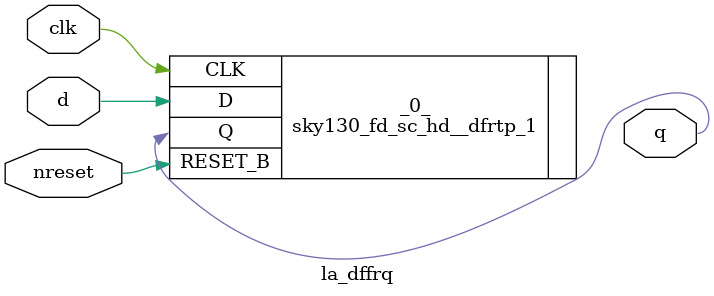
<source format=v>

/* Generated by Yosys 0.44 (git sha1 80ba43d26, g++ 11.4.0-1ubuntu1~22.04 -fPIC -O3) */

(* top =  1  *)
(* src = "generated" *)
(* keep_hierarchy *)
module la_dffrq (
    d,
    clk,
    nreset,
    q
);
  (* src = "generated" *)
  input clk;
  wire clk;
  (* src = "generated" *)
  input d;
  wire d;
  (* src = "generated" *)
  input nreset;
  wire nreset;
  (* src = "generated" *)
  output q;
  wire q;
  (* src = "generated" *)
  sky130_fd_sc_hd__dfrtp_1 _0_ (
      .CLK(clk),
      .D(d),
      .Q(q),
      .RESET_B(nreset)
  );
endmodule

</source>
